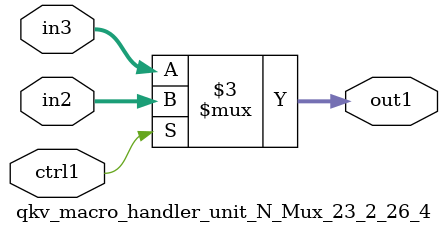
<source format=v>

`timescale 1ps / 1ps


module qkv_macro_handler_unit_N_Mux_23_2_26_4( in3, in2, ctrl1, out1 );

    input [22:0] in3;
    input [22:0] in2;
    input ctrl1;
    output [22:0] out1;
    reg [22:0] out1;

    
    // rtl_process:qkv_macro_handler_unit_N_Mux_23_2_26_4/qkv_macro_handler_unit_N_Mux_23_2_26_4_thread_1
    always @*
      begin : qkv_macro_handler_unit_N_Mux_23_2_26_4_thread_1
        case (ctrl1) 
          1'b1: 
            begin
              out1 = in2;
            end
          default: 
            begin
              out1 = in3;
            end
        endcase
      end

endmodule


</source>
